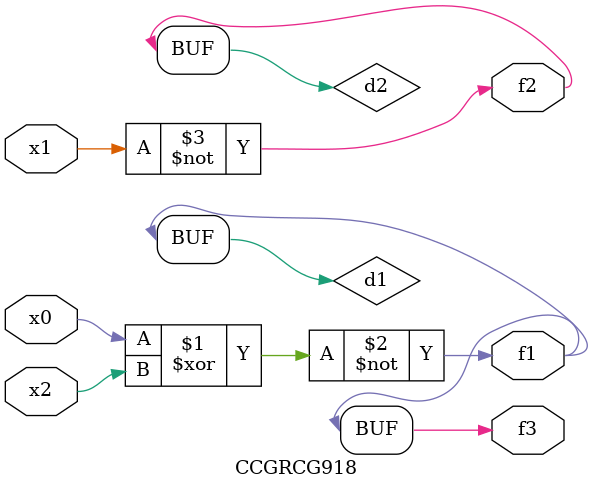
<source format=v>
module CCGRCG918(
	input x0, x1, x2,
	output f1, f2, f3
);

	wire d1, d2, d3;

	xnor (d1, x0, x2);
	nand (d2, x1);
	nor (d3, x1, x2);
	assign f1 = d1;
	assign f2 = d2;
	assign f3 = d1;
endmodule

</source>
